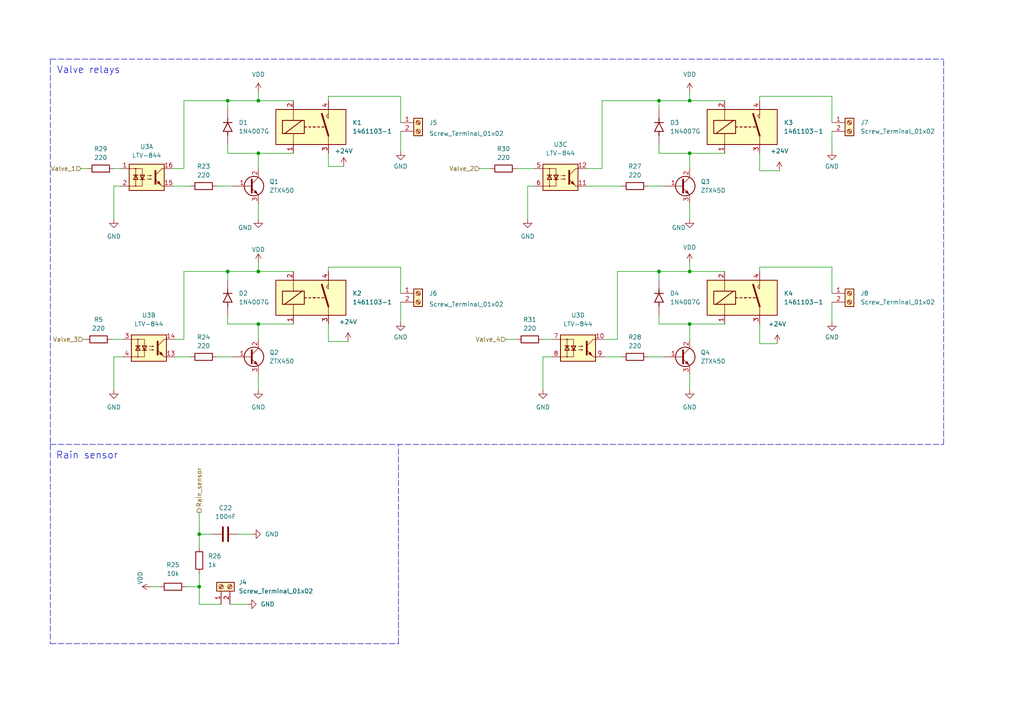
<source format=kicad_sch>
(kicad_sch (version 20211123) (generator eeschema)
  (paper "A4")
  (title_block (title "Sterownik systemu nawadniania") (date "11.2022") (rev "1.0") (company "Agnieszka Piórkowska, Miłosz Gajewski") (comment 1 "Projektowanie układów elektrycznych i elektronicznych") (comment 2 "Laboratoria"))
  (lib_symbols
    (symbol "1N4007G:1N4007G" (pin_numbers hide) (pin_names (offset 1.016) hide)
      (property "Reference" "D" (at -5.08 2.54 0))
      (property "Value" "1N4007G" (at -5.08 -3.81 0))
      (symbol "1N4007G_0_0"
        (polyline (pts (xy -2.54 0) (xy -1.27 0)) (stroke (width 0.254)))
        (polyline (pts (xy -1.27 -1.27) (xy 1.27 0)) (stroke (width 0.254)))
        (polyline (pts (xy -1.27 0) (xy -1.27 -1.27)) (stroke (width 0.254)))
        (polyline (pts (xy -1.27 1.27) (xy -1.27 0)) (stroke (width 0.254)))
        (polyline (pts (xy 1.27 0) (xy -1.27 1.27)) (stroke (width 0.254)))
        (polyline (pts (xy 1.27 0) (xy 1.27 -1.27)) (stroke (width 0.254)))
        (polyline (pts (xy 1.27 0) (xy 2.54 0)) (stroke (width 0.254)))
        (polyline (pts (xy 1.27 1.27) (xy 1.27 0)) (stroke (width 0.254)))
        (pin passive line (at -5.08 0 0) (length 2.54) (name "~") (number "A"))
        (pin passive line (at 5.08 0 180) (length 2.54) (name "~") (number "C"))
      )
    )
    (symbol "Connector:Screw_Terminal_01x02" (pin_names (offset 1.016) hide)
      (property "Reference" "J" (at 0 2.54 0))
      (property "Value" "Screw_Terminal_01x02" (at 0 -5.08 0))
      (symbol "Screw_Terminal_01x02_1_1"
        (rectangle (start -1.27 1.27) (end 1.27 -3.81) (stroke (width 0.254)) (fill (type background)))
        (circle (center 0 -2.54) (radius 0.635) (stroke (width 0.1524)))
        (polyline (pts (xy -0.5334 -2.2098) (xy 0.3302 -3.048)) (stroke (width 0.1524)))
        (polyline (pts (xy -0.5334 0.3302) (xy 0.3302 -0.508)) (stroke (width 0.1524)))
        (polyline (pts (xy -0.3556 -2.032) (xy 0.508 -2.8702)) (stroke (width 0.1524)))
        (polyline (pts (xy -0.3556 0.508) (xy 0.508 -0.3302)) (stroke (width 0.1524)))
        (circle (center 0 0) (radius 0.635) (stroke (width 0.1524)))
        (pin passive line (at -5.08 0 0) (length 3.81) (name "Pin_1") (number "1"))
        (pin passive line (at -5.08 -2.54 0) (length 3.81) (name "Pin_2") (number "2"))
      )
    )
    (symbol "Device:C" (pin_numbers hide) (pin_names (offset 0.254))
      (property "Reference" "C" (at 0.635 2.54 0))
      (property "Value" "C" (at 0.635 -2.54 0))
      (symbol "C_0_1"
        (polyline (pts (xy -2.032 -0.762) (xy 2.032 -0.762)) (stroke (width 0.508)))
        (polyline (pts (xy -2.032 0.762) (xy 2.032 0.762)) (stroke (width 0.508)))
      )
      (symbol "C_1_1"
        (pin passive line (at 0 3.81 270) (length 2.794) (name "~") (number "1"))
        (pin passive line (at 0 -3.81 90) (length 2.794) (name "~") (number "2"))
      )
    )
    (symbol "Device:Q_NPN_BCE" (pin_names (offset 0) hide)
      (property "Reference" "Q" (at 5.08 1.27 0))
      (property "Value" "Q_NPN_BCE" (at 5.08 -1.27 0))
      (symbol "Q_NPN_BCE_0_1"
        (polyline (pts (xy 0.635 0.635) (xy 2.54 2.54)))
        (polyline (pts (xy 0.635 -0.635) (xy 2.54 -2.54) (xy 2.54 -2.54)))
        (polyline (pts (xy 0.635 1.905) (xy 0.635 -1.905) (xy 0.635 -1.905)) (stroke (width 0.508)))
        (polyline (pts (xy 1.27 -1.778) (xy 1.778 -1.27) (xy 2.286 -2.286) (xy 1.27 -1.778) (xy 1.27 -1.778)) (fill (type outline)))
        (circle (center 1.27 0) (radius 2.8194) (stroke (width 0.254)))
      )
      (symbol "Q_NPN_BCE_1_1"
        (pin input line (at -5.08 0 0) (length 5.715) (name "B") (number "1"))
        (pin passive line (at 2.54 5.08 270) (length 2.54) (name "C") (number "2"))
        (pin passive line (at 2.54 -5.08 90) (length 2.54) (name "E") (number "3"))
      )
    )
    (symbol "Device:R" (pin_numbers hide) (pin_names (offset 0))
      (property "Reference" "R" (at 2.032 0 90))
      (property "Value" "R" (at 0 0 90))
      (symbol "R_0_1"
        (rectangle (start -1.016 -2.54) (end 1.016 2.54) (stroke (width 0.254)))
      )
      (symbol "R_1_1"
        (pin passive line (at 0 3.81 270) (length 1.27) (name "~") (number "1"))
        (pin passive line (at 0 -3.81 90) (length 1.27) (name "~") (number "2"))
      )
    )
    (symbol "Isolator:LTV-844" (pin_names (offset 1.016))
      (property "Reference" "U" (at -5.08 5.08 0))
      (property "Value" "LTV-844" (at 0 5.08 0))
      (symbol "LTV-844_0_1"
        (rectangle (start -5.08 3.81) (end 5.08 -3.81) (stroke (width 0.254)) (fill (type background)))
        (circle (center -3.175 -2.54) (radius 0.127))
        (circle (center -3.175 2.54) (radius 0.127))
        (polyline (pts (xy -3.81 0.635) (xy -2.54 0.635)) (stroke (width 0.254)))
        (polyline (pts (xy -3.175 0.635) (xy -3.175 -2.54)))
        (polyline (pts (xy -3.175 0.635) (xy -3.175 2.54)))
        (polyline (pts (xy -1.905 -0.635) (xy -0.635 -0.635)) (stroke (width 0.254)))
        (polyline (pts (xy 2.54 0.635) (xy 4.445 2.54)))
        (polyline (pts (xy 4.445 -2.54) (xy 2.54 -0.635)) (fill (type outline)))
        (polyline (pts (xy 4.445 -2.54) (xy 5.08 -2.54)))
        (polyline (pts (xy 4.445 2.54) (xy 5.08 2.54)))
        (polyline (pts (xy -5.08 2.54) (xy -1.27 2.54) (xy -1.27 -0.635)))
        (polyline (pts (xy -1.27 -0.635) (xy -1.27 -2.54) (xy -5.08 -2.54)))
        (polyline (pts (xy 2.54 1.905) (xy 2.54 -1.905) (xy 2.54 -1.905)) (stroke (width 0.508)))
        (polyline (pts (xy -3.175 0.635) (xy -3.81 -0.635) (xy -2.54 -0.635) (xy -3.175 0.635)) (stroke (width 0.254)))
        (polyline (pts (xy -1.27 -0.635) (xy -1.905 0.635) (xy -0.635 0.635) (xy -1.27 -0.635)) (stroke (width 0.254)))
        (polyline (pts (xy 0.127 -0.508) (xy 1.397 -0.508) (xy 1.016 -0.635) (xy 1.016 -0.381) (xy 1.397 -0.508)))
        (polyline (pts (xy 0.127 0.508) (xy 1.397 0.508) (xy 1.016 0.381) (xy 1.016 0.635) (xy 1.397 0.508)))
        (polyline (pts (xy 3.048 -1.651) (xy 3.556 -1.143) (xy 4.064 -2.159) (xy 3.048 -1.651) (xy 3.048 -1.651)) (fill (type outline)))
      )
      (symbol "LTV-844_1_1"
        (pin passive line (at -7.62 2.54 0) (length 2.54) (name "~") (number "1"))
        (pin passive line (at 7.62 -2.54 180) (length 2.54) (name "~") (number "15"))
        (pin passive line (at 7.62 2.54 180) (length 2.54) (name "~") (number "16"))
        (pin passive line (at -7.62 -2.54 0) (length 2.54) (name "~") (number "2"))
      )
      (symbol "LTV-844_2_1"
        (pin passive line (at 7.62 -2.54 180) (length 2.54) (name "~") (number "13"))
        (pin passive line (at 7.62 2.54 180) (length 2.54) (name "~") (number "14"))
        (pin passive line (at -7.62 2.54 0) (length 2.54) (name "~") (number "3"))
        (pin passive line (at -7.62 -2.54 0) (length 2.54) (name "~") (number "4"))
      )
      (symbol "LTV-844_3_1"
        (pin passive line (at 7.62 -2.54 180) (length 2.54) (name "~") (number "11"))
        (pin passive line (at 7.62 2.54 180) (length 2.54) (name "~") (number "12"))
        (pin passive line (at -7.62 2.54 0) (length 2.54) (name "~") (number "5"))
        (pin passive line (at -7.62 -2.54 0) (length 2.54) (name "~") (number "6"))
      )
      (symbol "LTV-844_4_1"
        (pin passive line (at 7.62 2.54 180) (length 2.54) (name "~") (number "10"))
        (pin passive line (at -7.62 2.54 0) (length 2.54) (name "~") (number "7"))
        (pin passive line (at -7.62 -2.54 0) (length 2.54) (name "~") (number "8"))
        (pin passive line (at 7.62 -2.54 180) (length 2.54) (name "~") (number "9"))
      )
    )
    (symbol "Project_lib_symbols_AM:1461103-1"
      (property "Reference" "K" (at 21.59 6.35 0))
      (property "Value" "1461103-1" (at 26.67 3.81 0))
      (symbol "1461103-1_1_1"
        (polyline (pts (xy 2.54 3.175) (xy 7.62 6.985)) (stroke (width 0.254)))
        (polyline (pts (xy 5.08 0) (xy 5.08 3.175)))
        (polyline (pts (xy 5.08 10.16) (xy 5.08 6.985)))
        (polyline (pts (xy 8.255 5.08) (xy 8.89 5.08)) (stroke (width 0.254)))
        (polyline (pts (xy 9.525 5.08) (xy 10.16 5.08)) (stroke (width 0.254)))
        (polyline (pts (xy 10.795 5.08) (xy 11.43 5.08)) (stroke (width 0.254)))
        (polyline (pts (xy 10.795 5.08) (xy 11.43 5.08)) (stroke (width 0.254)))
        (polyline (pts (xy 12.065 5.08) (xy 12.7 5.08)) (stroke (width 0.254)))
        (polyline (pts (xy 13.335 5.08) (xy 13.97 5.08)) (stroke (width 0.254)))
        (polyline (pts (xy 15.24 2.54) (xy 13.335 8.89)) (stroke (width 0.508)))
        (polyline (pts (xy 15.24 2.54) (xy 15.24 0)))
        (polyline (pts (xy 15.24 8.89) (xy 15.24 10.16)))
        (polyline (pts (xy 15.24 8.89) (xy 15.24 7.62) (xy 14.605 8.255) (xy 15.24 8.89)))
        (rectangle (start 0 10.16) (end 20.32 0) (stroke (width 0.254)) (fill (type background)))
        (rectangle (start 1.905 6.985) (end 8.255 3.175) (stroke (width 0.254)))
        (pin passive line (at 5.08 -2.54 90) (length 2.54) (name "") (number "1"))
        (pin passive line (at 5.08 12.7 270) (length 2.54) (name "") (number "2"))
        (pin passive line (at 15.24 -2.54 90) (length 2.54) (name "") (number "3"))
        (pin passive line (at 15.24 12.7 270) (length 2.54) (name "") (number "4"))
      )
    )
    (symbol "power:+24V" (power) (pin_names (offset 0))
      (property "Value" "+24V" (at 0 3.556 0))
      (symbol "+24V_0_1"
        (polyline (pts (xy -0.762 1.27) (xy 0 2.54)))
        (polyline (pts (xy 0 0) (xy 0 2.54)))
        (polyline (pts (xy 0 2.54) (xy 0.762 1.27)))
      )
      (symbol "+24V_1_1"
        (pin power_in line (at 0 0 90) (length 0) hide (name "+24V") (number "1"))
      )
    )
    (symbol "power:GND" (power) (pin_names (offset 0))
      (property "Value" "GND" (at 0 -3.81 0))
      (symbol "GND_0_1"
        (polyline (pts (xy 0 0) (xy 0 -1.27) (xy 1.27 -1.27) (xy 0 -2.54) (xy -1.27 -1.27) (xy 0 -1.27)))
      )
      (symbol "GND_1_1"
        (pin power_in line (at 0 0 270) (length 0) hide (name "GND") (number "1"))
      )
    )
    (symbol "power:VDD" (power) (pin_names (offset 0))
      (property "Value" "VDD" (at 0 3.81 0))
      (symbol "VDD_0_1"
        (polyline (pts (xy -0.762 1.27) (xy 0 2.54)))
        (polyline (pts (xy 0 0) (xy 0 2.54)))
        (polyline (pts (xy 0 2.54) (xy 0.762 1.27)))
      )
      (symbol "VDD_1_1"
        (pin power_in line (at 0 0 90) (length 0) hide (name "VDD") (number "1"))
      )
    )
  )
  (junction (at 66.04 78.74))
  (junction (at 57.785 154.94))
  (junction (at 57.785 170.18))
  (junction (at 74.93 29.21))
  (junction (at 74.93 44.45))
  (junction (at 200.025 44.45))
  (junction (at 200.025 78.74))
  (junction (at 191.135 29.21))
  (junction (at 66.04 29.21))
  (junction (at 74.93 93.98))
  (junction (at 74.93 78.74))
  (junction (at 200.025 93.98))
  (junction (at 191.135 78.74))
  (junction (at 200.025 29.21))
  (wire (pts (xy 95.25 27.94) (xy 116.205 27.94)))
  (wire (pts (xy 220.345 77.47) (xy 241.3 77.47)))
  (wire (pts (xy 95.25 44.45) (xy 95.25 48.26)))
  (wire (pts (xy 57.785 148.59) (xy 57.785 154.94)))
  (wire (pts (xy 66.04 31.75) (xy 66.04 29.21)))
  (wire (pts (xy 200.025 93.98) (xy 210.185 93.98)))
  (polyline (pts (xy 14.605 128.905) (xy 273.685 128.905)))
  (wire (pts (xy 191.135 78.74) (xy 200.025 78.74)))
  (polyline (pts (xy 14.605 128.905) (xy 14.605 186.69)))
  (wire (pts (xy 241.3 27.94) (xy 241.3 35.56)))
  (wire (pts (xy 53.34 48.895) (xy 53.34 29.21)))
  (wire (pts (xy 57.785 170.18) (xy 57.785 175.26)))
  (wire (pts (xy 50.8 103.505) (xy 55.245 103.505)))
  (wire (pts (xy 170.18 53.975) (xy 180.34 53.975)))
  (wire (pts (xy 53.34 29.21) (xy 66.04 29.21)))
  (wire (pts (xy 66.04 44.45) (xy 74.93 44.45)))
  (wire (pts (xy 220.345 44.45) (xy 220.345 49.53)))
  (wire (pts (xy 174.625 29.21) (xy 191.135 29.21)))
  (wire (pts (xy 57.785 154.94) (xy 61.595 154.94)))
  (wire (pts (xy 200.025 108.585) (xy 200.025 113.03)))
  (wire (pts (xy 179.07 98.425) (xy 179.07 78.74)))
  (wire (pts (xy 220.345 99.695) (xy 225.425 99.695)))
  (wire (pts (xy 66.04 93.98) (xy 74.93 93.98)))
  (wire (pts (xy 74.93 29.21) (xy 85.09 29.21)))
  (wire (pts (xy 200.025 76.2) (xy 200.025 78.74)))
  (wire (pts (xy 24.13 98.425) (xy 24.765 98.425)))
  (wire (pts (xy 241.3 38.1) (xy 241.3 43.815)))
  (wire (pts (xy 187.96 53.975) (xy 192.405 53.975)))
  (wire (pts (xy 74.93 78.74) (xy 85.09 78.74)))
  (wire (pts (xy 146.685 98.425) (xy 149.86 98.425)))
  (polyline (pts (xy 273.685 128.905) (xy 273.685 17.145)))
  (wire (pts (xy 66.04 29.21) (xy 74.93 29.21)))
  (wire (pts (xy 95.25 99.06) (xy 100.965 99.06)))
  (wire (pts (xy 241.3 87.63) (xy 241.3 93.345)))
  (polyline (pts (xy 14.605 17.145) (xy 273.685 17.145)))
  (wire (pts (xy 200.025 44.45) (xy 200.025 48.895)))
  (wire (pts (xy 220.345 27.94) (xy 241.3 27.94)))
  (wire (pts (xy 95.25 29.21) (xy 95.25 27.94)))
  (wire (pts (xy 74.93 59.055) (xy 74.93 63.5)))
  (wire (pts (xy 33.02 63.5) (xy 33.02 53.975)))
  (wire (pts (xy 157.48 103.505) (xy 160.02 103.505)))
  (wire (pts (xy 66.675 175.26) (xy 71.755 175.26)))
  (wire (pts (xy 50.165 53.975) (xy 55.245 53.975)))
  (wire (pts (xy 200.025 78.74) (xy 210.185 78.74)))
  (wire (pts (xy 116.205 77.47) (xy 116.205 85.09)))
  (wire (pts (xy 241.3 77.47) (xy 241.3 85.09)))
  (wire (pts (xy 95.25 78.74) (xy 95.25 77.47)))
  (wire (pts (xy 149.86 48.895) (xy 154.94 48.895)))
  (wire (pts (xy 66.04 41.91) (xy 66.04 44.45)))
  (wire (pts (xy 116.205 38.1) (xy 116.205 43.815)))
  (wire (pts (xy 74.93 76.2) (xy 74.93 78.74)))
  (wire (pts (xy 157.48 98.425) (xy 160.02 98.425)))
  (wire (pts (xy 95.25 93.98) (xy 95.25 99.06)))
  (wire (pts (xy 170.18 48.895) (xy 174.625 48.895)))
  (wire (pts (xy 66.04 78.74) (xy 74.93 78.74)))
  (wire (pts (xy 62.865 103.505) (xy 67.31 103.505)))
  (wire (pts (xy 191.135 41.91) (xy 191.135 44.45)))
  (wire (pts (xy 57.785 175.26) (xy 64.135 175.26)))
  (wire (pts (xy 220.345 78.74) (xy 220.345 77.47)))
  (wire (pts (xy 191.135 29.21) (xy 200.025 29.21)))
  (wire (pts (xy 69.215 154.94) (xy 73.025 154.94)))
  (wire (pts (xy 220.345 29.21) (xy 220.345 27.94)))
  (wire (pts (xy 175.26 98.425) (xy 179.07 98.425)))
  (wire (pts (xy 53.975 170.18) (xy 57.785 170.18)))
  (wire (pts (xy 33.02 53.975) (xy 34.925 53.975)))
  (wire (pts (xy 191.135 81.28) (xy 191.135 78.74)))
  (wire (pts (xy 53.34 98.425) (xy 53.34 78.74)))
  (wire (pts (xy 66.04 91.44) (xy 66.04 93.98)))
  (wire (pts (xy 95.25 48.26) (xy 99.695 48.26)))
  (polyline (pts (xy 14.605 17.145) (xy 14.605 128.905)))
  (wire (pts (xy 116.205 27.94) (xy 116.205 35.56)))
  (wire (pts (xy 153.035 63.5) (xy 153.035 53.975)))
  (wire (pts (xy 95.25 77.47) (xy 116.205 77.47)))
  (wire (pts (xy 139.065 48.895) (xy 142.24 48.895)))
  (wire (pts (xy 74.93 93.98) (xy 74.93 98.425)))
  (wire (pts (xy 191.135 31.75) (xy 191.135 29.21)))
  (wire (pts (xy 116.205 87.63) (xy 116.205 93.345)))
  (wire (pts (xy 57.785 166.37) (xy 57.785 170.18)))
  (wire (pts (xy 66.04 81.28) (xy 66.04 78.74)))
  (wire (pts (xy 153.035 53.975) (xy 154.94 53.975)))
  (wire (pts (xy 57.785 158.75) (xy 57.785 154.94)))
  (wire (pts (xy 191.135 93.98) (xy 200.025 93.98)))
  (wire (pts (xy 74.93 44.45) (xy 74.93 48.895)))
  (polyline (pts (xy 115.57 186.69) (xy 115.57 128.905)))
  (wire (pts (xy 200.025 59.055) (xy 200.025 63.5)))
  (wire (pts (xy 50.165 48.895) (xy 53.34 48.895)))
  (wire (pts (xy 174.625 48.895) (xy 174.625 29.21)))
  (wire (pts (xy 157.48 103.505) (xy 157.48 113.03)))
  (wire (pts (xy 33.02 113.03) (xy 33.02 103.505)))
  (wire (pts (xy 74.93 44.45) (xy 85.09 44.45)))
  (wire (pts (xy 220.345 93.98) (xy 220.345 99.695)))
  (wire (pts (xy 191.135 44.45) (xy 200.025 44.45)))
  (wire (pts (xy 175.26 103.505) (xy 180.34 103.505)))
  (wire (pts (xy 200.025 26.67) (xy 200.025 29.21)))
  (wire (pts (xy 200.025 44.45) (xy 210.185 44.45)))
  (wire (pts (xy 62.865 53.975) (xy 67.31 53.975)))
  (wire (pts (xy 53.34 78.74) (xy 66.04 78.74)))
  (wire (pts (xy 43.815 170.18) (xy 46.355 170.18)))
  (wire (pts (xy 74.93 26.67) (xy 74.93 29.21)))
  (wire (pts (xy 33.02 48.895) (xy 34.925 48.895)))
  (polyline (pts (xy 14.605 186.69) (xy 115.57 186.69)))
  (wire (pts (xy 33.02 103.505) (xy 35.56 103.505)))
  (wire (pts (xy 23.495 48.895) (xy 25.4 48.895)))
  (wire (pts (xy 187.96 103.505) (xy 192.405 103.505)))
  (wire (pts (xy 74.93 93.98) (xy 85.09 93.98)))
  (wire (pts (xy 191.135 91.44) (xy 191.135 93.98)))
  (wire (pts (xy 200.025 93.98) (xy 200.025 98.425)))
  (wire (pts (xy 179.07 78.74) (xy 191.135 78.74)))
  (wire (pts (xy 220.345 49.53) (xy 226.06 49.53)))
  (wire (pts (xy 32.385 98.425) (xy 35.56 98.425)))
  (wire (pts (xy 200.025 29.21) (xy 210.185 29.21)))
  (wire (pts (xy 74.93 108.585) (xy 74.93 113.03)))
  (wire (pts (xy 50.8 98.425) (xy 53.34 98.425)))
  (text "Rain sensor" (at 34.29 133.35 180) (effects (font (size 2 2)) (justify right bottom)))
  (text "Valve relays" (at 34.925 21.59 180) (effects (font (size 2 2)) (justify right bottom)))
  (hierarchical_label "Valve_2" (shape input) (at 139.065 48.895 180))
  (hierarchical_label "Valve_4" (shape input) (at 146.685 98.425 180))
  (hierarchical_label "Valve_3" (shape input) (at 24.13 98.425 180))
  (hierarchical_label "Valve_1" (shape input) (at 23.495 48.895 180))
  (hierarchical_label "Rain_sensor" (shape output) (at 57.785 148.59 90))
  (symbol (lib_id "power:VDD") (at 200.025 26.67 0) (unit 1)
    (property "Reference" "#PWR053" (effects hide))
    (property "Value" "VDD" (at 200.025 21.59 0))
  )
  (symbol (lib_id "power:VDD") (at 43.815 170.18 90) (unit 1)
    (property "Reference" "#PWR044" (effects hide))
    (property "Value" "VDD" (at 40.64 167.64 0))
  )
  (symbol (lib_id "1N4007G:1N4007G") (at 66.04 36.83 90) (unit 1)
    (property "Reference" "D1" (at 69.215 35.5599 90) (effects (justify right)))
    (property "Value" "1N4007G" (at 69.215 38.0999 90) (effects (justify right)))
    (property "Footprint" "DIOAD1036W78L470D235" (effects hide))
    (property "MAXIMUM_PACKAGE_HEIGHT" "2.70 mm" (effects hide))
    (property "STANDARD" "IPC-7351B" (effects hide))
    (property "PARTREV" "P2104" (effects hide))
    (property "MANUFACTURER" "Taiwan Semiconductor" (effects hide))
  )
  (symbol (lib_id "Device:Q_NPN_BCE") (at 72.39 53.975 0) (unit 1)
    (property "Reference" "Q1" (at 78.105 52.7049 0) (effects (justify left)))
    (property "Value" "ZTX450" (at 78.105 55.2449 0) (effects (justify left)))
  )
  (symbol (lib_id "power:GND") (at 33.02 63.5 0) (unit 1)
    (property "Reference" "#PWR066" (effects hide))
    (property "Value" "GND" (at 33.02 68.58 0))
  )
  (symbol (lib_id "Device:R") (at 50.165 170.18 90) (unit 1)
    (property "Reference" "R25" (at 50.165 163.83 90))
    (property "Value" "10k" (at 50.165 166.37 90))
  )
  (symbol (lib_id "Project_lib_symbols_AM:1461103-1") (at 205.105 91.44 0) (unit 1)
    (property "Reference" "K4" (at 227.33 85.0899 0) (effects (justify left)))
    (property "Value" "1461103-1" (at 227.33 87.6299 0) (effects (justify left)))
  )
  (symbol (lib_id "power:GND") (at 116.205 93.345 0) (unit 1)
    (property "Reference" "#PWR052" (effects hide))
    (property "Value" "GND" (at 116.205 97.79 0))
  )
  (symbol (lib_id "Device:R") (at 29.21 48.895 90) (unit 1)
    (property "Reference" "R29" (at 29.21 43.18 90))
    (property "Value" "220" (at 29.21 45.72 90))
  )
  (symbol (lib_id "Connector:Screw_Terminal_01x02") (at 246.38 35.56 0) (unit 1)
    (property "Reference" "J7" (at 249.555 35.5599 0) (effects (justify left)))
    (property "Value" "Screw_Terminal_01x02" (at 249.555 38.0999 0) (effects (justify left)))
  )
  (symbol (lib_id "Connector:Screw_Terminal_01x02") (at 121.285 35.56 0) (unit 1)
    (property "Reference" "J5" (at 124.46 35.5599 0) (effects (justify left)))
    (property "Value" "Screw_Terminal_01x02" (at 124.46 38.735 0) (effects (justify left)))
  )
  (symbol (lib_id "power:VDD") (at 200.025 76.2 0) (unit 1)
    (property "Reference" "#PWR055" (effects hide))
    (property "Value" "VDD" (at 200.025 71.755 0))
  )
  (symbol (lib_id "Isolator:LTV-844") (at 43.18 100.965 0) (unit 2)
    (property "Reference" "U3" (at 43.18 91.44 0))
    (property "Value" "LTV-844" (at 43.18 93.98 0))
    (property "Footprint" "Package_DIP:DIP-16_W7.62mm" (effects hide))
    (property "Datasheet" "http://optoelectronics.liteon.com/upload/download/DS-70-96-0013/S_110_LTV-814%20824%20844%20(M,%20S,%20S-TA,%20S-TA1,%20S-TP)%20Series.pdf" (effects hide))
  )
  (symbol (lib_id "Device:R") (at 153.67 98.425 90) (unit 1)
    (property "Reference" "R31" (at 153.67 92.71 90))
    (property "Value" "220" (at 153.67 95.25 90))
  )
  (symbol (lib_id "Device:R") (at 28.575 98.425 90) (unit 1)
    (property "Reference" "R5" (at 28.575 92.71 90))
    (property "Value" "220" (at 28.575 95.25 90))
  )
  (symbol (lib_id "power:GND") (at 71.755 175.26 90) (unit 1)
    (property "Reference" "#PWR049" (effects hide))
    (property "Value" "GND" (at 75.565 175.2599 90) (effects (justify right)))
  )
  (symbol (lib_id "power:VDD") (at 74.93 26.67 0) (unit 1)
    (property "Reference" "#PWR045" (effects hide))
    (property "Value" "VDD" (at 74.93 21.59 0))
  )
  (symbol (lib_id "power:GND") (at 153.035 63.5 0) (unit 1)
    (property "Reference" "#PWR068" (effects hide))
    (property "Value" "GND" (at 153.035 68.58 0))
  )
  (symbol (lib_id "1N4007G:1N4007G") (at 66.04 86.36 90) (unit 1)
    (property "Reference" "D2" (at 69.215 85.0899 90) (effects (justify right)))
    (property "Value" "1N4007G" (at 69.215 87.6299 90) (effects (justify right)))
    (property "Footprint" "DIOAD1036W78L470D235" (effects hide))
    (property "MAXIMUM_PACKAGE_HEIGHT" "2.70 mm" (effects hide))
    (property "STANDARD" "IPC-7351B" (effects hide))
    (property "PARTREV" "P2104" (effects hide))
    (property "MANUFACTURER" "Taiwan Semiconductor" (effects hide))
  )
  (symbol (lib_id "Device:R") (at 146.05 48.895 90) (unit 1)
    (property "Reference" "R30" (at 146.05 43.18 90))
    (property "Value" "220" (at 146.05 45.72 90))
  )
  (symbol (lib_id "Connector:Screw_Terminal_01x02") (at 246.38 85.09 0) (unit 1)
    (property "Reference" "J8" (at 249.555 85.0899 0) (effects (justify left)))
    (property "Value" "Screw_Terminal_01x02" (at 249.555 87.6299 0) (effects (justify left)))
  )
  (symbol (lib_id "power:GND") (at 241.3 93.345 0) (unit 1)
    (property "Reference" "#PWR058" (effects hide))
    (property "Value" "GND" (at 241.3 97.79 0))
  )
  (symbol (lib_id "power:GND") (at 116.205 43.815 0) (unit 1)
    (property "Reference" "#PWR051" (effects hide))
    (property "Value" "GND" (at 116.205 48.26 0))
  )
  (symbol (lib_id "power:+24V") (at 100.965 99.06 0) (unit 1)
    (property "Reference" "#PWR062" (effects hide))
    (property "Value" "+24V" (at 100.965 93.345 0))
  )
  (symbol (lib_id "Device:R") (at 59.055 103.505 90) (unit 1)
    (property "Reference" "R24" (at 59.055 97.79 90))
    (property "Value" "220" (at 59.055 100.33 90))
  )
  (symbol (lib_id "power:+24V") (at 225.425 99.695 0) (unit 1)
    (property "Reference" "#PWR063" (effects hide))
    (property "Value" "+24V" (at 225.425 93.98 0))
  )
  (symbol (lib_id "power:GND") (at 200.025 63.5 0) (unit 1)
    (property "Reference" "#PWR054" (effects hide))
    (property "Value" "GND" (at 196.85 66.04 0))
  )
  (symbol (lib_id "1N4007G:1N4007G") (at 191.135 36.83 90) (unit 1)
    (property "Reference" "D3" (at 194.31 35.5599 90) (effects (justify right)))
    (property "Value" "1N4007G" (at 194.31 38.0999 90) (effects (justify right)))
    (property "Footprint" "DIOAD1036W78L470D235" (effects hide))
    (property "MAXIMUM_PACKAGE_HEIGHT" "2.70 mm" (effects hide))
    (property "STANDARD" "IPC-7351B" (effects hide))
    (property "PARTREV" "P2104" (effects hide))
    (property "MANUFACTURER" "Taiwan Semiconductor" (effects hide))
  )
  (symbol (lib_id "Device:R") (at 184.15 103.505 90) (unit 1)
    (property "Reference" "R28" (at 184.15 97.79 90))
    (property "Value" "220" (at 184.15 100.33 90))
  )
  (symbol (lib_id "Isolator:LTV-844") (at 167.64 100.965 0) (unit 4)
    (property "Reference" "U3" (at 167.64 91.44 0))
    (property "Value" "LTV-844" (at 167.64 93.98 0))
    (property "Footprint" "Package_DIP:DIP-16_W7.62mm" (effects hide))
    (property "Datasheet" "http://optoelectronics.liteon.com/upload/download/DS-70-96-0013/S_110_LTV-814%20824%20844%20(M,%20S,%20S-TA,%20S-TA1,%20S-TP)%20Series.pdf" (effects hide))
  )
  (symbol (lib_id "Device:Q_NPN_BCE") (at 197.485 103.505 0) (unit 1)
    (property "Reference" "Q4" (at 203.2 102.2349 0) (effects (justify left)))
    (property "Value" "ZTX450" (at 203.2 104.7749 0) (effects (justify left)))
  )
  (symbol (lib_id "power:GND") (at 73.025 154.94 90) (unit 1)
    (property "Reference" "#PWR050" (effects hide))
    (property "Value" "GND" (at 76.835 154.9399 90) (effects (justify right)))
  )
  (symbol (lib_id "1N4007G:1N4007G") (at 191.135 86.36 90) (unit 1)
    (property "Reference" "D4" (at 194.31 85.0899 90) (effects (justify right)))
    (property "Value" "1N4007G" (at 194.31 87.6299 90) (effects (justify right)))
    (property "Footprint" "DIOAD1036W78L470D235" (effects hide))
    (property "MAXIMUM_PACKAGE_HEIGHT" "2.70 mm" (effects hide))
    (property "STANDARD" "IPC-7351B" (effects hide))
    (property "PARTREV" "P2104" (effects hide))
    (property "MANUFACTURER" "Taiwan Semiconductor" (effects hide))
  )
  (symbol (lib_id "Device:C") (at 65.405 154.94 90) (unit 1)
    (property "Reference" "C22" (at 65.405 147.32 90))
    (property "Value" "100nF" (at 65.405 149.86 90))
  )
  (symbol (lib_id "Isolator:LTV-844") (at 162.56 51.435 0) (unit 3)
    (property "Reference" "U3" (at 162.56 41.91 0))
    (property "Value" "LTV-844" (at 162.56 44.45 0))
    (property "Footprint" "Package_DIP:DIP-16_W7.62mm" (effects hide))
    (property "Datasheet" "http://optoelectronics.liteon.com/upload/download/DS-70-96-0013/S_110_LTV-814%20824%20844%20(M,%20S,%20S-TA,%20S-TA1,%20S-TP)%20Series.pdf" (effects hide))
  )
  (symbol (lib_id "power:GND") (at 157.48 113.03 0) (unit 1)
    (property "Reference" "#PWR069" (effects hide))
    (property "Value" "GND" (at 157.48 118.11 0))
  )
  (symbol (lib_id "Project_lib_symbols_AM:1461103-1") (at 80.01 91.44 0) (unit 1)
    (property "Reference" "K2" (at 102.235 85.0899 0) (effects (justify left)))
    (property "Value" "1461103-1" (at 102.235 87.6299 0) (effects (justify left)))
  )
  (symbol (lib_id "power:GND") (at 200.025 113.03 0) (unit 1)
    (property "Reference" "#PWR056" (effects hide))
    (property "Value" "GND" (at 200.025 118.11 0))
  )
  (symbol (lib_id "Device:R") (at 57.785 162.56 0) (unit 1)
    (property "Reference" "R26" (at 60.325 161.2899 0) (effects (justify left)))
    (property "Value" "1k" (at 60.325 163.8299 0) (effects (justify left)))
  )
  (symbol (lib_id "power:+24V") (at 226.06 49.53 0) (unit 1)
    (property "Reference" "#PWR064" (effects hide))
    (property "Value" "+24V" (at 226.06 43.815 0))
  )
  (symbol (lib_id "Isolator:LTV-844") (at 42.545 51.435 0) (unit 1)
    (property "Reference" "U3" (at 42.545 42.545 0))
    (property "Value" "LTV-844" (at 42.545 45.085 0))
    (property "Footprint" "Package_DIP:DIP-16_W7.62mm" (effects hide))
    (property "Datasheet" "http://optoelectronics.liteon.com/upload/download/DS-70-96-0013/S_110_LTV-814%20824%20844%20(M,%20S,%20S-TA,%20S-TA1,%20S-TP)%20Series.pdf" (effects hide))
  )
  (symbol (lib_id "Connector:Screw_Terminal_01x02") (at 121.285 85.09 0) (unit 1)
    (property "Reference" "J6" (at 124.46 85.0899 0) (effects (justify left)))
    (property "Value" "Screw_Terminal_01x02" (at 124.46 88.265 0) (effects (justify left)))
  )
  (symbol (lib_id "power:GND") (at 33.02 113.03 0) (unit 1)
    (property "Reference" "#PWR067" (effects hide))
    (property "Value" "GND" (at 33.02 118.11 0))
  )
  (symbol (lib_id "Device:Q_NPN_BCE") (at 72.39 103.505 0) (unit 1)
    (property "Reference" "Q2" (at 78.105 102.2349 0) (effects (justify left)))
    (property "Value" "ZTX450" (at 78.105 104.7749 0) (effects (justify left)))
  )
  (symbol (lib_id "Device:R") (at 184.15 53.975 90) (unit 1)
    (property "Reference" "R27" (at 184.15 48.26 90))
    (property "Value" "220" (at 184.15 50.8 90))
  )
  (symbol (lib_id "power:VDD") (at 74.93 76.2 0) (unit 1)
    (property "Reference" "#PWR047" (effects hide))
    (property "Value" "VDD" (at 74.93 72.39 0))
  )
  (symbol (lib_id "power:+24V") (at 99.695 48.26 0) (unit 1)
    (property "Reference" "#PWR061" (effects hide))
    (property "Value" "+24V" (at 99.695 43.815 0))
  )
  (symbol (lib_id "Device:Q_NPN_BCE") (at 197.485 53.975 0) (unit 1)
    (property "Reference" "Q3" (at 203.2 52.7049 0) (effects (justify left)))
    (property "Value" "ZTX450" (at 203.2 55.2449 0) (effects (justify left)))
  )
  (symbol (lib_id "Project_lib_symbols_AM:1461103-1") (at 205.105 41.91 0) (unit 1)
    (property "Reference" "K3" (at 227.33 35.5599 0) (effects (justify left)))
    (property "Value" "1461103-1" (at 227.33 38.0999 0) (effects (justify left)))
  )
  (symbol (lib_id "power:GND") (at 241.3 43.815 0) (unit 1)
    (property "Reference" "#PWR057" (effects hide))
    (property "Value" "GND" (at 241.3 48.26 0))
  )
  (symbol (lib_id "Connector:Screw_Terminal_01x02") (at 64.135 170.18 90) (unit 1)
    (property "Reference" "J4" (at 69.215 168.9099 90) (effects (justify right)))
    (property "Value" "Screw_Terminal_01x02" (at 69.215 171.4499 90) (effects (justify right)))
  )
  (symbol (lib_id "Device:R") (at 59.055 53.975 90) (unit 1)
    (property "Reference" "R23" (at 59.055 48.26 90))
    (property "Value" "220" (at 59.055 50.8 90))
  )
  (symbol (lib_id "power:GND") (at 74.93 63.5 0) (unit 1)
    (property "Reference" "#PWR046" (effects hide))
    (property "Value" "GND" (at 71.12 66.04 0))
  )
  (symbol (lib_id "power:GND") (at 74.93 113.03 0) (unit 1)
    (property "Reference" "#PWR048" (effects hide))
    (property "Value" "GND" (at 74.93 118.11 0))
  )
  (symbol (lib_id "Project_lib_symbols_AM:1461103-1") (at 80.01 41.91 0) (unit 1)
    (property "Reference" "K1" (at 102.235 35.5599 0) (effects (justify left)))
    (property "Value" "1461103-1" (at 102.235 38.0999 0) (effects (justify left)))
  )
)
</source>
